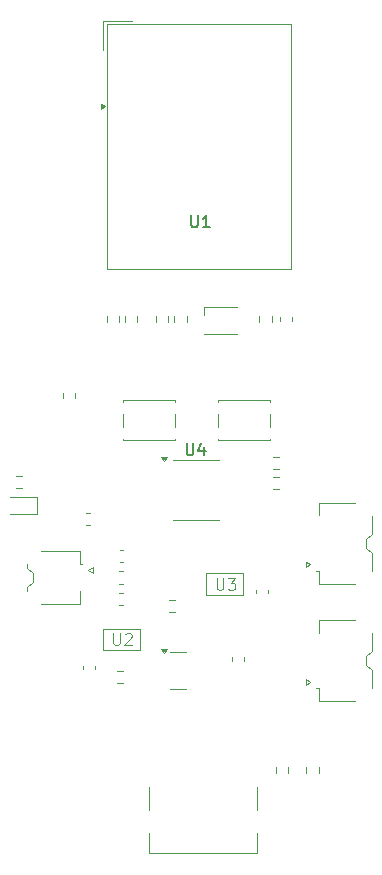
<source format=gbr>
%TF.GenerationSoftware,KiCad,Pcbnew,8.0.5-1.fc40*%
%TF.CreationDate,2024-10-05T09:08:47-05:00*%
%TF.ProjectId,PCB_ESP32,5043425f-4553-4503-9332-2e6b69636164,rev?*%
%TF.SameCoordinates,Original*%
%TF.FileFunction,Legend,Top*%
%TF.FilePolarity,Positive*%
%FSLAX46Y46*%
G04 Gerber Fmt 4.6, Leading zero omitted, Abs format (unit mm)*
G04 Created by KiCad (PCBNEW 8.0.5-1.fc40) date 2024-10-05 09:08:47*
%MOMM*%
%LPD*%
G01*
G04 APERTURE LIST*
%ADD10C,0.150000*%
%ADD11C,0.100000*%
%ADD12C,0.120000*%
G04 APERTURE END LIST*
D10*
X151418095Y-104574819D02*
X151418095Y-105384342D01*
X151418095Y-105384342D02*
X151465714Y-105479580D01*
X151465714Y-105479580D02*
X151513333Y-105527200D01*
X151513333Y-105527200D02*
X151608571Y-105574819D01*
X151608571Y-105574819D02*
X151799047Y-105574819D01*
X151799047Y-105574819D02*
X151894285Y-105527200D01*
X151894285Y-105527200D02*
X151941904Y-105479580D01*
X151941904Y-105479580D02*
X151989523Y-105384342D01*
X151989523Y-105384342D02*
X151989523Y-104574819D01*
X152894285Y-104908152D02*
X152894285Y-105574819D01*
X152656190Y-104527200D02*
X152418095Y-105241485D01*
X152418095Y-105241485D02*
X153037142Y-105241485D01*
D11*
X153968095Y-115967419D02*
X153968095Y-116776942D01*
X153968095Y-116776942D02*
X154015714Y-116872180D01*
X154015714Y-116872180D02*
X154063333Y-116919800D01*
X154063333Y-116919800D02*
X154158571Y-116967419D01*
X154158571Y-116967419D02*
X154349047Y-116967419D01*
X154349047Y-116967419D02*
X154444285Y-116919800D01*
X154444285Y-116919800D02*
X154491904Y-116872180D01*
X154491904Y-116872180D02*
X154539523Y-116776942D01*
X154539523Y-116776942D02*
X154539523Y-115967419D01*
X154920476Y-115967419D02*
X155539523Y-115967419D01*
X155539523Y-115967419D02*
X155206190Y-116348371D01*
X155206190Y-116348371D02*
X155349047Y-116348371D01*
X155349047Y-116348371D02*
X155444285Y-116395990D01*
X155444285Y-116395990D02*
X155491904Y-116443609D01*
X155491904Y-116443609D02*
X155539523Y-116538847D01*
X155539523Y-116538847D02*
X155539523Y-116776942D01*
X155539523Y-116776942D02*
X155491904Y-116872180D01*
X155491904Y-116872180D02*
X155444285Y-116919800D01*
X155444285Y-116919800D02*
X155349047Y-116967419D01*
X155349047Y-116967419D02*
X155063333Y-116967419D01*
X155063333Y-116967419D02*
X154968095Y-116919800D01*
X154968095Y-116919800D02*
X154920476Y-116872180D01*
D10*
X151808095Y-85254819D02*
X151808095Y-86064342D01*
X151808095Y-86064342D02*
X151855714Y-86159580D01*
X151855714Y-86159580D02*
X151903333Y-86207200D01*
X151903333Y-86207200D02*
X151998571Y-86254819D01*
X151998571Y-86254819D02*
X152189047Y-86254819D01*
X152189047Y-86254819D02*
X152284285Y-86207200D01*
X152284285Y-86207200D02*
X152331904Y-86159580D01*
X152331904Y-86159580D02*
X152379523Y-86064342D01*
X152379523Y-86064342D02*
X152379523Y-85254819D01*
X153379523Y-86254819D02*
X152808095Y-86254819D01*
X153093809Y-86254819D02*
X153093809Y-85254819D01*
X153093809Y-85254819D02*
X152998571Y-85397676D01*
X152998571Y-85397676D02*
X152903333Y-85492914D01*
X152903333Y-85492914D02*
X152808095Y-85540533D01*
D11*
X145208095Y-120617419D02*
X145208095Y-121426942D01*
X145208095Y-121426942D02*
X145255714Y-121522180D01*
X145255714Y-121522180D02*
X145303333Y-121569800D01*
X145303333Y-121569800D02*
X145398571Y-121617419D01*
X145398571Y-121617419D02*
X145589047Y-121617419D01*
X145589047Y-121617419D02*
X145684285Y-121569800D01*
X145684285Y-121569800D02*
X145731904Y-121522180D01*
X145731904Y-121522180D02*
X145779523Y-121426942D01*
X145779523Y-121426942D02*
X145779523Y-120617419D01*
X146208095Y-120712657D02*
X146255714Y-120665038D01*
X146255714Y-120665038D02*
X146350952Y-120617419D01*
X146350952Y-120617419D02*
X146589047Y-120617419D01*
X146589047Y-120617419D02*
X146684285Y-120665038D01*
X146684285Y-120665038D02*
X146731904Y-120712657D01*
X146731904Y-120712657D02*
X146779523Y-120807895D01*
X146779523Y-120807895D02*
X146779523Y-120903133D01*
X146779523Y-120903133D02*
X146731904Y-121045990D01*
X146731904Y-121045990D02*
X146160476Y-121617419D01*
X146160476Y-121617419D02*
X146779523Y-121617419D01*
D12*
%TO.C,R10*%
X146217500Y-93787742D02*
X146217500Y-94262258D01*
X147262500Y-93787742D02*
X147262500Y-94262258D01*
%TO.C,R4*%
X158957500Y-132437258D02*
X158957500Y-131962742D01*
X160002500Y-132437258D02*
X160002500Y-131962742D01*
%TO.C,R2*%
X149942742Y-117797500D02*
X150417258Y-117797500D01*
X149942742Y-118842500D02*
X150417258Y-118842500D01*
%TO.C,C9*%
X159290000Y-94170580D02*
X159290000Y-93889420D01*
X160310000Y-94170580D02*
X160310000Y-93889420D01*
%TO.C,U4*%
X152180000Y-105960000D02*
X150230000Y-105960000D01*
X152180000Y-105960000D02*
X154130000Y-105960000D01*
X152180000Y-111080000D02*
X150230000Y-111080000D01*
X152180000Y-111080000D02*
X154130000Y-111080000D01*
X149480000Y-106055000D02*
X149240000Y-105725000D01*
X149720000Y-105725000D01*
X149480000Y-106055000D01*
G36*
X149480000Y-106055000D02*
G01*
X149240000Y-105725000D01*
X149720000Y-105725000D01*
X149480000Y-106055000D01*
G37*
%TO.C,R9*%
X144667500Y-94262258D02*
X144667500Y-93787742D01*
X145712500Y-94262258D02*
X145712500Y-93787742D01*
%TO.C,C7*%
X155270000Y-122679420D02*
X155270000Y-122960580D01*
X156290000Y-122679420D02*
X156290000Y-122960580D01*
%TO.C,J5*%
X161551447Y-124500000D02*
X161551447Y-125000000D01*
X161551447Y-125000000D02*
X161905000Y-124750000D01*
X161905000Y-124750000D02*
X161551447Y-124500000D01*
X162595000Y-119540000D02*
X162595000Y-120590000D01*
X162595000Y-125310000D02*
X162405000Y-125310000D01*
X162595000Y-126360000D02*
X162595000Y-125310000D01*
X165645000Y-119540000D02*
X162595000Y-119540000D01*
X165645000Y-126360000D02*
X162595000Y-126360000D01*
X166615000Y-122560000D02*
X167115000Y-122160000D01*
X166615000Y-123340000D02*
X166615000Y-122560000D01*
X167115000Y-122160000D02*
X167115000Y-120610000D01*
X167115000Y-123740000D02*
X166615000Y-123340000D01*
X167115000Y-125290000D02*
X167115000Y-123740000D01*
%TO.C,C6*%
X157270000Y-116979420D02*
X157270000Y-117260580D01*
X158290000Y-116979420D02*
X158290000Y-117260580D01*
%TO.C,R13*%
X137489758Y-107317500D02*
X137015242Y-107317500D01*
X137489758Y-108362500D02*
X137015242Y-108362500D01*
%TO.C,R6*%
X159242258Y-107417500D02*
X158767742Y-107417500D01*
X159242258Y-108462500D02*
X158767742Y-108462500D01*
%TO.C,R7*%
X148807500Y-94257258D02*
X148807500Y-93782742D01*
X149852500Y-94257258D02*
X149852500Y-93782742D01*
%TO.C,C4*%
X146020580Y-115410000D02*
X145739420Y-115410000D01*
X146020580Y-116430000D02*
X145739420Y-116430000D01*
%TO.C,D1*%
X152880000Y-93010000D02*
X152880000Y-93660000D01*
X152880000Y-93010000D02*
X155720000Y-93010000D01*
X152880000Y-95310000D02*
X155720000Y-95310000D01*
%TO.C,R12*%
X140927500Y-100262742D02*
X140927500Y-100737258D01*
X141972500Y-100262742D02*
X141972500Y-100737258D01*
%TO.C,R5*%
X159242258Y-105717500D02*
X158767742Y-105717500D01*
X159242258Y-106762500D02*
X158767742Y-106762500D01*
%TO.C,R1*%
X145542742Y-123797500D02*
X146017258Y-123797500D01*
X145542742Y-124842500D02*
X146017258Y-124842500D01*
%TO.C,R11*%
X157577500Y-93792742D02*
X157577500Y-94267258D01*
X158622500Y-93792742D02*
X158622500Y-94267258D01*
%TO.C,C3*%
X146020580Y-117210000D02*
X145739420Y-117210000D01*
X146020580Y-118230000D02*
X145739420Y-118230000D01*
%TO.C,C10*%
X143210580Y-110450000D02*
X142929420Y-110450000D01*
X143210580Y-111470000D02*
X142929420Y-111470000D01*
%TO.C,U3*%
D11*
X153081000Y-115567000D02*
X156180000Y-115567000D01*
X156180000Y-117370000D01*
X153081000Y-117370000D01*
X153081000Y-115567000D01*
D12*
%TO.C,SW3*%
X154090000Y-100920000D02*
X154090000Y-101040000D01*
X154090000Y-102050000D02*
X154090000Y-103190000D01*
X154090000Y-104200000D02*
X154090000Y-104320000D01*
X154090000Y-104320000D02*
X158490000Y-104320000D01*
X158490000Y-100920000D02*
X154090000Y-100920000D01*
X158490000Y-101040000D02*
X158490000Y-100920000D01*
X158490000Y-103190000D02*
X158490000Y-102050000D01*
X158490000Y-104320000D02*
X158490000Y-104200000D01*
%TO.C,C1*%
X142670000Y-123379420D02*
X142670000Y-123660580D01*
X143690000Y-123379420D02*
X143690000Y-123660580D01*
%TO.C,R3*%
X161557500Y-131962742D02*
X161557500Y-132437258D01*
X162602500Y-131962742D02*
X162602500Y-132437258D01*
%TO.C,C5*%
X146045580Y-113610000D02*
X145764420Y-113610000D01*
X146045580Y-114630000D02*
X145764420Y-114630000D01*
%TO.C,J7*%
X137895000Y-114780000D02*
X137895000Y-115130000D01*
X137895000Y-115130000D02*
X138395000Y-115530000D01*
X137895000Y-116710000D02*
X137895000Y-117060000D01*
X138395000Y-115530000D02*
X138395000Y-116310000D01*
X138395000Y-116310000D02*
X137895000Y-116710000D01*
X139065000Y-113710000D02*
X142415000Y-113710000D01*
X139065000Y-118130000D02*
X142415000Y-118130000D01*
X142415000Y-113710000D02*
X142415000Y-114760000D01*
X142415000Y-114760000D02*
X142605000Y-114760000D01*
X142415000Y-118130000D02*
X142415000Y-117080000D01*
X143105000Y-115320000D02*
X143458553Y-115570000D01*
X143458553Y-115070000D02*
X143105000Y-115320000D01*
X143458553Y-115570000D02*
X143458553Y-115070000D01*
%TO.C,R8*%
X150377500Y-93782742D02*
X150377500Y-94257258D01*
X151422500Y-93782742D02*
X151422500Y-94257258D01*
%TO.C,J6*%
X161551447Y-114570000D02*
X161551447Y-115070000D01*
X161551447Y-115070000D02*
X161905000Y-114820000D01*
X161905000Y-114820000D02*
X161551447Y-114570000D01*
X162595000Y-109610000D02*
X162595000Y-110660000D01*
X162595000Y-115380000D02*
X162405000Y-115380000D01*
X162595000Y-116430000D02*
X162595000Y-115380000D01*
X165645000Y-109610000D02*
X162595000Y-109610000D01*
X165645000Y-116430000D02*
X162595000Y-116430000D01*
X166615000Y-112630000D02*
X167115000Y-112230000D01*
X166615000Y-113410000D02*
X166615000Y-112630000D01*
X167115000Y-112230000D02*
X167115000Y-110680000D01*
X167115000Y-113810000D02*
X166615000Y-113410000D01*
X167115000Y-115360000D02*
X167115000Y-113810000D01*
%TO.C,D3*%
X136452500Y-110575000D02*
X138737500Y-110575000D01*
X138737500Y-109105000D02*
X136452500Y-109105000D01*
X138737500Y-110575000D02*
X138737500Y-109105000D01*
%TO.C,J2*%
X148200000Y-133650000D02*
X148200000Y-135570000D01*
X148200000Y-139285000D02*
X148200000Y-137580000D01*
X157360000Y-135570000D02*
X157360000Y-133650000D01*
X157360000Y-137580000D02*
X157360000Y-139285000D01*
X157360000Y-139285000D02*
X148200000Y-139285000D01*
%TO.C,Q1*%
X150680000Y-122260000D02*
X150030000Y-122260000D01*
X150680000Y-122260000D02*
X151330000Y-122260000D01*
X150680000Y-125380000D02*
X150030000Y-125380000D01*
X150680000Y-125380000D02*
X151330000Y-125380000D01*
X149517500Y-122310000D02*
X149277500Y-121980000D01*
X149757500Y-121980000D01*
X149517500Y-122310000D01*
G36*
X149517500Y-122310000D02*
G01*
X149277500Y-121980000D01*
X149757500Y-121980000D01*
X149517500Y-122310000D01*
G37*
%TO.C,SW2*%
X146015000Y-100920000D02*
X146015000Y-101040000D01*
X146015000Y-102050000D02*
X146015000Y-103190000D01*
X146015000Y-104200000D02*
X146015000Y-104320000D01*
X146015000Y-104320000D02*
X150415000Y-104320000D01*
X150415000Y-100920000D02*
X146015000Y-100920000D01*
X150415000Y-101040000D02*
X150415000Y-100920000D01*
X150415000Y-103190000D02*
X150415000Y-102050000D01*
X150415000Y-104320000D02*
X150415000Y-104200000D01*
%TO.C,U1*%
X144375000Y-68835000D02*
X144375000Y-71285000D01*
X144375000Y-68835000D02*
X146825000Y-68835000D01*
X144650000Y-69085000D02*
X160250000Y-69085000D01*
X144650000Y-89785000D02*
X144650000Y-69085000D01*
X160250000Y-69085000D02*
X160250000Y-89785000D01*
X160250000Y-89785000D02*
X144650000Y-89785000D01*
X144475000Y-76035000D02*
X144139000Y-76275000D01*
X144139000Y-75795000D01*
X144475000Y-76035000D01*
G36*
X144475000Y-76035000D02*
G01*
X144139000Y-76275000D01*
X144139000Y-75795000D01*
X144475000Y-76035000D01*
G37*
%TO.C,U2*%
D11*
X144381000Y-120267000D02*
X147480000Y-120267000D01*
X147480000Y-122070000D01*
X144381000Y-122070000D01*
X144381000Y-120267000D01*
%TD*%
M02*

</source>
